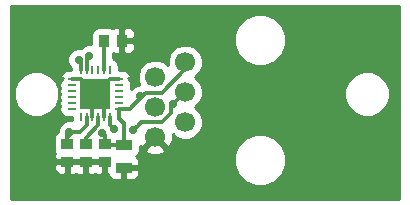
<source format=gtl>
G04 #@! TF.FileFunction,Copper,L1,Top,Signal*
%FSLAX46Y46*%
G04 Gerber Fmt 4.6, Leading zero omitted, Abs format (unit mm)*
G04 Created by KiCad (PCBNEW 4.0.7) date 11/21/18 11:04:14*
%MOMM*%
%LPD*%
G01*
G04 APERTURE LIST*
%ADD10C,0.150000*%
%ADD11C,0.600000*%
%ADD12C,1.700000*%
%ADD13R,1.000760X0.899160*%
%ADD14R,0.899160X1.000760*%
%ADD15R,2.499360X2.499360*%
%ADD16O,0.800100X0.248920*%
%ADD17O,0.248920X0.800100*%
%ADD18R,1.397000X0.889000*%
%ADD19C,0.700000*%
%ADD20C,0.300000*%
%ADD21C,0.250000*%
%ADD22C,0.254000*%
G04 APERTURE END LIST*
D10*
D11*
X138900000Y-94600000D03*
X138900000Y-95600000D03*
X138900000Y-96600000D03*
X138900000Y-97600000D03*
X137800000Y-97600000D03*
X136800000Y-97600000D03*
X137800000Y-96600000D03*
X136800000Y-96600000D03*
X137800000Y-95600000D03*
X136800000Y-95600000D03*
X137800000Y-94600000D03*
X136800000Y-94600000D03*
X136500000Y-104000000D03*
X137500000Y-104000000D03*
X136500000Y-105000000D03*
X137500000Y-105000000D03*
X136500000Y-106000000D03*
X137500000Y-106000000D03*
X136500000Y-107000000D03*
X137500000Y-107000000D03*
X138600000Y-107000000D03*
X138600000Y-106000000D03*
X138600000Y-105000000D03*
X138600000Y-104000000D03*
D12*
X148060000Y-103675000D03*
X148060000Y-101135000D03*
X148060000Y-98595000D03*
X150600000Y-99865000D03*
X150600000Y-97325000D03*
X150600000Y-102405000D03*
D11*
X162800000Y-93300000D03*
X163800000Y-93300000D03*
X162800000Y-94500000D03*
X163800000Y-94500000D03*
X162800000Y-95500000D03*
X163800000Y-95500000D03*
X162800000Y-96500000D03*
X163800000Y-96500000D03*
X162800000Y-97500000D03*
X162800000Y-98500000D03*
X162800000Y-99500000D03*
X162800000Y-100500000D03*
X162800000Y-101500000D03*
X162800000Y-102500000D03*
X162800000Y-103500000D03*
X163800000Y-103500000D03*
X162800000Y-104500000D03*
X163800000Y-104500000D03*
X162800000Y-105500000D03*
X163800000Y-105500000D03*
X162800000Y-106500000D03*
X163800000Y-106500000D03*
X161700000Y-106500000D03*
X160700000Y-106500000D03*
X161700000Y-105500000D03*
X160700000Y-105500000D03*
X161700000Y-104500000D03*
X160700000Y-104500000D03*
X161700000Y-103500000D03*
X160700000Y-103500000D03*
X161700000Y-102500000D03*
X160700000Y-102500000D03*
X161700000Y-101500000D03*
X160700000Y-101500000D03*
X161700000Y-100500000D03*
X160700000Y-100500000D03*
X161700000Y-99500000D03*
X160700000Y-99500000D03*
X161700000Y-98500000D03*
X160700000Y-98500000D03*
X161700000Y-97500000D03*
X160700000Y-97500000D03*
X161700000Y-96500000D03*
X160700000Y-96500000D03*
X161700000Y-95500000D03*
X160700000Y-95500000D03*
X161700000Y-94500000D03*
X160700000Y-94500000D03*
X161700000Y-93300000D03*
X160700000Y-93300000D03*
X164800000Y-93300000D03*
X165800000Y-93300000D03*
X164800000Y-94500000D03*
X165800000Y-94500000D03*
X164800000Y-95500000D03*
X165800000Y-95500000D03*
X164800000Y-96500000D03*
X165800000Y-96500000D03*
X164800000Y-103500000D03*
X165800000Y-103500000D03*
X164800000Y-104500000D03*
X165800000Y-104500000D03*
X164800000Y-105500000D03*
X165800000Y-105500000D03*
X164800000Y-106500000D03*
X165800000Y-106500000D03*
X167900000Y-106500000D03*
X166900000Y-106500000D03*
X167900000Y-105500000D03*
X166900000Y-105500000D03*
X167900000Y-104500000D03*
X166900000Y-104500000D03*
X167900000Y-103500000D03*
X166900000Y-103500000D03*
X167900000Y-96500000D03*
X166900000Y-96500000D03*
X167900000Y-95500000D03*
X166900000Y-95500000D03*
X167900000Y-94500000D03*
X166900000Y-94500000D03*
X167900000Y-93300000D03*
X166900000Y-93300000D03*
D13*
X140600000Y-105751840D03*
X140600000Y-104248160D03*
D14*
X145251840Y-95500000D03*
X143748160Y-95500000D03*
D13*
X142200000Y-105751840D03*
X142200000Y-104248160D03*
X143800000Y-105751840D03*
X143800000Y-104248160D03*
D15*
X143000000Y-100000000D03*
D16*
X141001020Y-98750320D03*
X141001020Y-99250700D03*
X141001020Y-99751080D03*
X141001020Y-100248920D03*
X141001020Y-100749300D03*
X141001020Y-101249680D03*
D17*
X141750320Y-101998980D03*
X142250700Y-101998980D03*
X142751080Y-101998980D03*
X143248920Y-101998980D03*
X143749300Y-101998980D03*
X144249680Y-101998980D03*
D16*
X144998980Y-101249680D03*
X144998980Y-100749300D03*
X144998980Y-100248920D03*
X144998980Y-99751080D03*
X144998980Y-99250700D03*
X144998980Y-98750320D03*
D17*
X144249680Y-98001020D03*
X143749300Y-98001020D03*
X143248920Y-98001020D03*
X142751080Y-98001020D03*
X142250700Y-98001020D03*
X141750320Y-98001020D03*
D11*
X143000000Y-100000000D03*
X143762000Y-99238000D03*
X142238000Y-99238000D03*
X143762000Y-100762000D03*
X142238000Y-100762000D03*
D18*
X145400000Y-104347500D03*
X145400000Y-106252500D03*
D19*
X142500000Y-96800000D03*
X141600000Y-97100000D03*
X146800000Y-100200000D03*
X143600000Y-103300000D03*
X140800000Y-103200000D03*
X149600000Y-100900000D03*
X146200000Y-103100000D03*
X144600000Y-103000000D03*
D20*
X144998980Y-98750320D02*
X144249680Y-98750320D01*
X144249680Y-98750320D02*
X143000000Y-100000000D01*
X141001020Y-98750320D02*
X141750320Y-98750320D01*
X141750320Y-98750320D02*
X143000000Y-100000000D01*
X143749300Y-101998980D02*
X143749300Y-100749300D01*
X143749300Y-100749300D02*
X143000000Y-100000000D01*
X142751080Y-101998980D02*
X142751080Y-100248920D01*
X142751080Y-100248920D02*
X143000000Y-100000000D01*
X142250700Y-97049300D02*
X142500000Y-96800000D01*
X142250700Y-98001020D02*
X142250700Y-97049300D01*
D21*
X148100000Y-101700000D02*
X147535000Y-101135000D01*
D20*
X141750320Y-97250320D02*
X141600000Y-97100000D01*
X141750320Y-98001020D02*
X141750320Y-97250320D01*
X146800000Y-100200000D02*
X146900000Y-100300000D01*
X140600000Y-104248160D02*
X140600000Y-103400000D01*
X143800000Y-103500000D02*
X143800000Y-104248160D01*
X143600000Y-103300000D02*
X143800000Y-103500000D01*
X140600000Y-103400000D02*
X140800000Y-103200000D01*
X144998980Y-101249680D02*
X145950320Y-101249680D01*
X148600000Y-99900000D02*
X150600000Y-97900000D01*
X146900000Y-100300000D02*
X147300000Y-99900000D01*
X147300000Y-99900000D02*
X148600000Y-99900000D01*
X145950320Y-101249680D02*
X146900000Y-100300000D01*
X140600000Y-103700000D02*
X140600000Y-104248160D01*
X141100000Y-103200000D02*
X140600000Y-103700000D01*
X141700000Y-103200000D02*
X141100000Y-103200000D01*
X142250700Y-102649300D02*
X141700000Y-103200000D01*
X142250700Y-101998980D02*
X142250700Y-102649300D01*
X143899340Y-104347500D02*
X143800000Y-104248160D01*
X145400000Y-104347500D02*
X143899340Y-104347500D01*
X145400000Y-102500000D02*
X145400000Y-104347500D01*
X144998980Y-102098980D02*
X145400000Y-102500000D01*
X144998980Y-101249680D02*
X144998980Y-102098980D01*
X143749300Y-95501140D02*
X143748160Y-95500000D01*
X143749300Y-98001020D02*
X143749300Y-95501140D01*
X142200000Y-103700000D02*
X142200000Y-104248160D01*
X143248920Y-102651080D02*
X142200000Y-103700000D01*
X143248920Y-101998980D02*
X143248920Y-102651080D01*
X149400000Y-101065000D02*
X149435000Y-101065000D01*
X149435000Y-101065000D02*
X149600000Y-100900000D01*
X149400000Y-101065000D02*
X150600000Y-99865000D01*
X149400000Y-101600000D02*
X149400000Y-101065000D01*
X148600000Y-102400000D02*
X149400000Y-101600000D01*
X146900000Y-102400000D02*
X148600000Y-102400000D01*
X146600000Y-102700000D02*
X146900000Y-102400000D01*
X146200000Y-103100000D02*
X146600000Y-102700000D01*
X144249680Y-102649680D02*
X144600000Y-103000000D01*
X144249680Y-101998980D02*
X144249680Y-102649680D01*
D22*
G36*
X168673000Y-108873000D02*
X135877000Y-108873000D01*
X135877000Y-106037590D01*
X139464620Y-106037590D01*
X139464620Y-106327729D01*
X139561293Y-106561118D01*
X139739921Y-106739747D01*
X139973310Y-106836420D01*
X140314250Y-106836420D01*
X140473000Y-106677670D01*
X140473000Y-105878840D01*
X140727000Y-105878840D01*
X140727000Y-106677670D01*
X140885750Y-106836420D01*
X141226690Y-106836420D01*
X141400000Y-106764633D01*
X141573310Y-106836420D01*
X141914250Y-106836420D01*
X142073000Y-106677670D01*
X142073000Y-105878840D01*
X142327000Y-105878840D01*
X142327000Y-106677670D01*
X142485750Y-106836420D01*
X142826690Y-106836420D01*
X143000000Y-106764633D01*
X143173310Y-106836420D01*
X143514250Y-106836420D01*
X143673000Y-106677670D01*
X143673000Y-105878840D01*
X142327000Y-105878840D01*
X142073000Y-105878840D01*
X140727000Y-105878840D01*
X140473000Y-105878840D01*
X139623370Y-105878840D01*
X139464620Y-106037590D01*
X135877000Y-106037590D01*
X135877000Y-103798580D01*
X139460337Y-103798580D01*
X139460337Y-104697740D01*
X139504057Y-104930092D01*
X139542021Y-104989089D01*
X139464620Y-105175951D01*
X139464620Y-105466090D01*
X139623370Y-105624840D01*
X140473000Y-105624840D01*
X140473000Y-105604840D01*
X140727000Y-105604840D01*
X140727000Y-105624840D01*
X142073000Y-105624840D01*
X142073000Y-105604840D01*
X142327000Y-105604840D01*
X142327000Y-105624840D01*
X143673000Y-105624840D01*
X143673000Y-105604840D01*
X143927000Y-105604840D01*
X143927000Y-105624840D01*
X143947000Y-105624840D01*
X143947000Y-105878840D01*
X143927000Y-105878840D01*
X143927000Y-106677670D01*
X144066500Y-106817170D01*
X144066500Y-106823309D01*
X144163173Y-107056698D01*
X144341801Y-107235327D01*
X144575190Y-107332000D01*
X145114250Y-107332000D01*
X145273000Y-107173250D01*
X145273000Y-106379500D01*
X145527000Y-106379500D01*
X145527000Y-107173250D01*
X145685750Y-107332000D01*
X146224810Y-107332000D01*
X146458199Y-107235327D01*
X146636827Y-107056698D01*
X146733500Y-106823309D01*
X146733500Y-106538250D01*
X146574750Y-106379500D01*
X145527000Y-106379500D01*
X145273000Y-106379500D01*
X145253000Y-106379500D01*
X145253000Y-106125500D01*
X145273000Y-106125500D01*
X145273000Y-106105500D01*
X145527000Y-106105500D01*
X145527000Y-106125500D01*
X146574750Y-106125500D01*
X146681196Y-106019054D01*
X154732616Y-106019054D01*
X155069423Y-106834189D01*
X155692530Y-107458386D01*
X156507077Y-107796615D01*
X157389054Y-107797384D01*
X158204189Y-107460577D01*
X158828386Y-106837470D01*
X159166615Y-106022923D01*
X159167384Y-105140946D01*
X158830577Y-104325811D01*
X158207470Y-103701614D01*
X157392923Y-103363385D01*
X156510946Y-103362616D01*
X155695811Y-103699423D01*
X155071614Y-104322530D01*
X154733385Y-105137077D01*
X154732616Y-106019054D01*
X146681196Y-106019054D01*
X146733500Y-105966750D01*
X146733500Y-105681691D01*
X146636827Y-105448302D01*
X146480070Y-105291544D01*
X146544253Y-105250243D01*
X146687417Y-105040717D01*
X146737783Y-104792000D01*
X146737783Y-104718958D01*
X147195647Y-104718958D01*
X147275920Y-104970259D01*
X147831279Y-105171718D01*
X148421458Y-105145315D01*
X148844080Y-104970259D01*
X148924353Y-104718958D01*
X148060000Y-103854605D01*
X147195647Y-104718958D01*
X146737783Y-104718958D01*
X146737783Y-104393998D01*
X146764741Y-104459080D01*
X147016042Y-104539353D01*
X147880395Y-103675000D01*
X147866253Y-103660858D01*
X148045858Y-103481253D01*
X148060000Y-103495395D01*
X148074143Y-103481253D01*
X148253748Y-103660858D01*
X148239605Y-103675000D01*
X149103958Y-104539353D01*
X149355259Y-104459080D01*
X149556718Y-103903721D01*
X149535491Y-103429250D01*
X149762254Y-103656409D01*
X150304918Y-103881743D01*
X150892505Y-103882256D01*
X151435560Y-103657870D01*
X151851409Y-103242746D01*
X152076743Y-102700082D01*
X152077256Y-102112495D01*
X151852870Y-101569440D01*
X151437746Y-101153591D01*
X151393537Y-101135234D01*
X151435560Y-101117870D01*
X151851409Y-100702746D01*
X151984751Y-100381622D01*
X164072666Y-100381622D01*
X164365416Y-101090132D01*
X164907017Y-101632678D01*
X165615014Y-101926665D01*
X166381622Y-101927334D01*
X167090132Y-101634584D01*
X167632678Y-101092983D01*
X167926665Y-100384986D01*
X167927334Y-99618378D01*
X167634584Y-98909868D01*
X167092983Y-98367322D01*
X166384986Y-98073335D01*
X165618378Y-98072666D01*
X164909868Y-98365416D01*
X164367322Y-98907017D01*
X164073335Y-99615014D01*
X164072666Y-100381622D01*
X151984751Y-100381622D01*
X152076743Y-100160082D01*
X152077256Y-99572495D01*
X151852870Y-99029440D01*
X151437746Y-98613591D01*
X151393537Y-98595234D01*
X151435560Y-98577870D01*
X151851409Y-98162746D01*
X152076743Y-97620082D01*
X152077256Y-97032495D01*
X151852870Y-96489440D01*
X151437746Y-96073591D01*
X150921085Y-95859054D01*
X154732616Y-95859054D01*
X155069423Y-96674189D01*
X155692530Y-97298386D01*
X156507077Y-97636615D01*
X157389054Y-97637384D01*
X158204189Y-97300577D01*
X158828386Y-96677470D01*
X159166615Y-95862923D01*
X159167384Y-94980946D01*
X158830577Y-94165811D01*
X158207470Y-93541614D01*
X157392923Y-93203385D01*
X156510946Y-93202616D01*
X155695811Y-93539423D01*
X155071614Y-94162530D01*
X154733385Y-94977077D01*
X154732616Y-95859054D01*
X150921085Y-95859054D01*
X150895082Y-95848257D01*
X150307495Y-95847744D01*
X149764440Y-96072130D01*
X149348591Y-96487254D01*
X149123257Y-97029918D01*
X149122786Y-97569024D01*
X148897746Y-97343591D01*
X148355082Y-97118257D01*
X147767495Y-97117744D01*
X147224440Y-97342130D01*
X146808591Y-97757254D01*
X146583257Y-98299918D01*
X146582744Y-98887505D01*
X146721339Y-99222930D01*
X146606515Y-99222830D01*
X146247297Y-99371256D01*
X146016440Y-99601710D01*
X145996385Y-99500890D01*
X146046151Y-99250700D01*
X145992121Y-98979072D01*
X146012422Y-98930190D01*
X145909063Y-98843570D01*
X145826053Y-98719338D01*
X145779287Y-98688090D01*
X145872048Y-98688090D01*
X146012422Y-98570450D01*
X145901392Y-98303103D01*
X145682535Y-98097271D01*
X145401570Y-97990860D01*
X145001140Y-97990860D01*
X145001140Y-97705309D01*
X144943939Y-97417738D01*
X144781042Y-97173947D01*
X144537251Y-97011050D01*
X144526300Y-97008872D01*
X144526300Y-96573392D01*
X144675951Y-96635380D01*
X144966090Y-96635380D01*
X145124840Y-96476630D01*
X145124840Y-95627000D01*
X145378840Y-95627000D01*
X145378840Y-96476630D01*
X145537590Y-96635380D01*
X145827729Y-96635380D01*
X146061118Y-96538707D01*
X146239747Y-96360079D01*
X146336420Y-96126690D01*
X146336420Y-95785750D01*
X146177670Y-95627000D01*
X145378840Y-95627000D01*
X145124840Y-95627000D01*
X145104840Y-95627000D01*
X145104840Y-95373000D01*
X145124840Y-95373000D01*
X145124840Y-94523370D01*
X145378840Y-94523370D01*
X145378840Y-95373000D01*
X146177670Y-95373000D01*
X146336420Y-95214250D01*
X146336420Y-94873310D01*
X146239747Y-94639921D01*
X146061118Y-94461293D01*
X145827729Y-94364620D01*
X145537590Y-94364620D01*
X145378840Y-94523370D01*
X145124840Y-94523370D01*
X144966090Y-94364620D01*
X144675951Y-94364620D01*
X144491083Y-94441195D01*
X144446457Y-94410703D01*
X144197740Y-94360337D01*
X143298580Y-94360337D01*
X143066228Y-94404057D01*
X142852827Y-94541377D01*
X142709663Y-94750903D01*
X142659297Y-94999620D01*
X142659297Y-95823139D01*
X142306515Y-95822830D01*
X141947297Y-95971256D01*
X141795118Y-96123170D01*
X141406515Y-96122830D01*
X141047297Y-96271256D01*
X140772222Y-96545851D01*
X140623170Y-96904810D01*
X140622830Y-97293485D01*
X140771256Y-97652703D01*
X140973320Y-97855120D01*
X140973320Y-97990860D01*
X140598430Y-97990860D01*
X140317465Y-98097271D01*
X140098608Y-98303103D01*
X139987578Y-98570450D01*
X140127952Y-98688090D01*
X140220713Y-98688090D01*
X140173947Y-98719338D01*
X140090937Y-98843570D01*
X139987578Y-98930190D01*
X140007879Y-98979072D01*
X139953849Y-99250700D01*
X140003615Y-99500890D01*
X139953849Y-99751080D01*
X140003362Y-100000000D01*
X139953849Y-100248920D01*
X140003615Y-100499110D01*
X139953849Y-100749300D01*
X140003615Y-100999490D01*
X139953849Y-101249680D01*
X140011050Y-101537251D01*
X140173947Y-101781042D01*
X140417738Y-101943939D01*
X140705309Y-102001140D01*
X140998860Y-102001140D01*
X140998860Y-102224694D01*
X140995190Y-102223170D01*
X140606515Y-102222830D01*
X140247297Y-102371256D01*
X139972222Y-102645851D01*
X139823170Y-103004810D01*
X139822972Y-103231521D01*
X139653867Y-103340337D01*
X139510703Y-103549863D01*
X139460337Y-103798580D01*
X135877000Y-103798580D01*
X135877000Y-100381622D01*
X136072666Y-100381622D01*
X136365416Y-101090132D01*
X136907017Y-101632678D01*
X137615014Y-101926665D01*
X138381622Y-101927334D01*
X139090132Y-101634584D01*
X139632678Y-101092983D01*
X139926665Y-100384986D01*
X139927334Y-99618378D01*
X139634584Y-98909868D01*
X139092983Y-98367322D01*
X138384986Y-98073335D01*
X137618378Y-98072666D01*
X136909868Y-98365416D01*
X136367322Y-98907017D01*
X136073335Y-99615014D01*
X136072666Y-100381622D01*
X135877000Y-100381622D01*
X135877000Y-92577000D01*
X168673000Y-92577000D01*
X168673000Y-108873000D01*
X168673000Y-108873000D01*
G37*
X168673000Y-108873000D02*
X135877000Y-108873000D01*
X135877000Y-106037590D01*
X139464620Y-106037590D01*
X139464620Y-106327729D01*
X139561293Y-106561118D01*
X139739921Y-106739747D01*
X139973310Y-106836420D01*
X140314250Y-106836420D01*
X140473000Y-106677670D01*
X140473000Y-105878840D01*
X140727000Y-105878840D01*
X140727000Y-106677670D01*
X140885750Y-106836420D01*
X141226690Y-106836420D01*
X141400000Y-106764633D01*
X141573310Y-106836420D01*
X141914250Y-106836420D01*
X142073000Y-106677670D01*
X142073000Y-105878840D01*
X142327000Y-105878840D01*
X142327000Y-106677670D01*
X142485750Y-106836420D01*
X142826690Y-106836420D01*
X143000000Y-106764633D01*
X143173310Y-106836420D01*
X143514250Y-106836420D01*
X143673000Y-106677670D01*
X143673000Y-105878840D01*
X142327000Y-105878840D01*
X142073000Y-105878840D01*
X140727000Y-105878840D01*
X140473000Y-105878840D01*
X139623370Y-105878840D01*
X139464620Y-106037590D01*
X135877000Y-106037590D01*
X135877000Y-103798580D01*
X139460337Y-103798580D01*
X139460337Y-104697740D01*
X139504057Y-104930092D01*
X139542021Y-104989089D01*
X139464620Y-105175951D01*
X139464620Y-105466090D01*
X139623370Y-105624840D01*
X140473000Y-105624840D01*
X140473000Y-105604840D01*
X140727000Y-105604840D01*
X140727000Y-105624840D01*
X142073000Y-105624840D01*
X142073000Y-105604840D01*
X142327000Y-105604840D01*
X142327000Y-105624840D01*
X143673000Y-105624840D01*
X143673000Y-105604840D01*
X143927000Y-105604840D01*
X143927000Y-105624840D01*
X143947000Y-105624840D01*
X143947000Y-105878840D01*
X143927000Y-105878840D01*
X143927000Y-106677670D01*
X144066500Y-106817170D01*
X144066500Y-106823309D01*
X144163173Y-107056698D01*
X144341801Y-107235327D01*
X144575190Y-107332000D01*
X145114250Y-107332000D01*
X145273000Y-107173250D01*
X145273000Y-106379500D01*
X145527000Y-106379500D01*
X145527000Y-107173250D01*
X145685750Y-107332000D01*
X146224810Y-107332000D01*
X146458199Y-107235327D01*
X146636827Y-107056698D01*
X146733500Y-106823309D01*
X146733500Y-106538250D01*
X146574750Y-106379500D01*
X145527000Y-106379500D01*
X145273000Y-106379500D01*
X145253000Y-106379500D01*
X145253000Y-106125500D01*
X145273000Y-106125500D01*
X145273000Y-106105500D01*
X145527000Y-106105500D01*
X145527000Y-106125500D01*
X146574750Y-106125500D01*
X146681196Y-106019054D01*
X154732616Y-106019054D01*
X155069423Y-106834189D01*
X155692530Y-107458386D01*
X156507077Y-107796615D01*
X157389054Y-107797384D01*
X158204189Y-107460577D01*
X158828386Y-106837470D01*
X159166615Y-106022923D01*
X159167384Y-105140946D01*
X158830577Y-104325811D01*
X158207470Y-103701614D01*
X157392923Y-103363385D01*
X156510946Y-103362616D01*
X155695811Y-103699423D01*
X155071614Y-104322530D01*
X154733385Y-105137077D01*
X154732616Y-106019054D01*
X146681196Y-106019054D01*
X146733500Y-105966750D01*
X146733500Y-105681691D01*
X146636827Y-105448302D01*
X146480070Y-105291544D01*
X146544253Y-105250243D01*
X146687417Y-105040717D01*
X146737783Y-104792000D01*
X146737783Y-104718958D01*
X147195647Y-104718958D01*
X147275920Y-104970259D01*
X147831279Y-105171718D01*
X148421458Y-105145315D01*
X148844080Y-104970259D01*
X148924353Y-104718958D01*
X148060000Y-103854605D01*
X147195647Y-104718958D01*
X146737783Y-104718958D01*
X146737783Y-104393998D01*
X146764741Y-104459080D01*
X147016042Y-104539353D01*
X147880395Y-103675000D01*
X147866253Y-103660858D01*
X148045858Y-103481253D01*
X148060000Y-103495395D01*
X148074143Y-103481253D01*
X148253748Y-103660858D01*
X148239605Y-103675000D01*
X149103958Y-104539353D01*
X149355259Y-104459080D01*
X149556718Y-103903721D01*
X149535491Y-103429250D01*
X149762254Y-103656409D01*
X150304918Y-103881743D01*
X150892505Y-103882256D01*
X151435560Y-103657870D01*
X151851409Y-103242746D01*
X152076743Y-102700082D01*
X152077256Y-102112495D01*
X151852870Y-101569440D01*
X151437746Y-101153591D01*
X151393537Y-101135234D01*
X151435560Y-101117870D01*
X151851409Y-100702746D01*
X151984751Y-100381622D01*
X164072666Y-100381622D01*
X164365416Y-101090132D01*
X164907017Y-101632678D01*
X165615014Y-101926665D01*
X166381622Y-101927334D01*
X167090132Y-101634584D01*
X167632678Y-101092983D01*
X167926665Y-100384986D01*
X167927334Y-99618378D01*
X167634584Y-98909868D01*
X167092983Y-98367322D01*
X166384986Y-98073335D01*
X165618378Y-98072666D01*
X164909868Y-98365416D01*
X164367322Y-98907017D01*
X164073335Y-99615014D01*
X164072666Y-100381622D01*
X151984751Y-100381622D01*
X152076743Y-100160082D01*
X152077256Y-99572495D01*
X151852870Y-99029440D01*
X151437746Y-98613591D01*
X151393537Y-98595234D01*
X151435560Y-98577870D01*
X151851409Y-98162746D01*
X152076743Y-97620082D01*
X152077256Y-97032495D01*
X151852870Y-96489440D01*
X151437746Y-96073591D01*
X150921085Y-95859054D01*
X154732616Y-95859054D01*
X155069423Y-96674189D01*
X155692530Y-97298386D01*
X156507077Y-97636615D01*
X157389054Y-97637384D01*
X158204189Y-97300577D01*
X158828386Y-96677470D01*
X159166615Y-95862923D01*
X159167384Y-94980946D01*
X158830577Y-94165811D01*
X158207470Y-93541614D01*
X157392923Y-93203385D01*
X156510946Y-93202616D01*
X155695811Y-93539423D01*
X155071614Y-94162530D01*
X154733385Y-94977077D01*
X154732616Y-95859054D01*
X150921085Y-95859054D01*
X150895082Y-95848257D01*
X150307495Y-95847744D01*
X149764440Y-96072130D01*
X149348591Y-96487254D01*
X149123257Y-97029918D01*
X149122786Y-97569024D01*
X148897746Y-97343591D01*
X148355082Y-97118257D01*
X147767495Y-97117744D01*
X147224440Y-97342130D01*
X146808591Y-97757254D01*
X146583257Y-98299918D01*
X146582744Y-98887505D01*
X146721339Y-99222930D01*
X146606515Y-99222830D01*
X146247297Y-99371256D01*
X146016440Y-99601710D01*
X145996385Y-99500890D01*
X146046151Y-99250700D01*
X145992121Y-98979072D01*
X146012422Y-98930190D01*
X145909063Y-98843570D01*
X145826053Y-98719338D01*
X145779287Y-98688090D01*
X145872048Y-98688090D01*
X146012422Y-98570450D01*
X145901392Y-98303103D01*
X145682535Y-98097271D01*
X145401570Y-97990860D01*
X145001140Y-97990860D01*
X145001140Y-97705309D01*
X144943939Y-97417738D01*
X144781042Y-97173947D01*
X144537251Y-97011050D01*
X144526300Y-97008872D01*
X144526300Y-96573392D01*
X144675951Y-96635380D01*
X144966090Y-96635380D01*
X145124840Y-96476630D01*
X145124840Y-95627000D01*
X145378840Y-95627000D01*
X145378840Y-96476630D01*
X145537590Y-96635380D01*
X145827729Y-96635380D01*
X146061118Y-96538707D01*
X146239747Y-96360079D01*
X146336420Y-96126690D01*
X146336420Y-95785750D01*
X146177670Y-95627000D01*
X145378840Y-95627000D01*
X145124840Y-95627000D01*
X145104840Y-95627000D01*
X145104840Y-95373000D01*
X145124840Y-95373000D01*
X145124840Y-94523370D01*
X145378840Y-94523370D01*
X145378840Y-95373000D01*
X146177670Y-95373000D01*
X146336420Y-95214250D01*
X146336420Y-94873310D01*
X146239747Y-94639921D01*
X146061118Y-94461293D01*
X145827729Y-94364620D01*
X145537590Y-94364620D01*
X145378840Y-94523370D01*
X145124840Y-94523370D01*
X144966090Y-94364620D01*
X144675951Y-94364620D01*
X144491083Y-94441195D01*
X144446457Y-94410703D01*
X144197740Y-94360337D01*
X143298580Y-94360337D01*
X143066228Y-94404057D01*
X142852827Y-94541377D01*
X142709663Y-94750903D01*
X142659297Y-94999620D01*
X142659297Y-95823139D01*
X142306515Y-95822830D01*
X141947297Y-95971256D01*
X141795118Y-96123170D01*
X141406515Y-96122830D01*
X141047297Y-96271256D01*
X140772222Y-96545851D01*
X140623170Y-96904810D01*
X140622830Y-97293485D01*
X140771256Y-97652703D01*
X140973320Y-97855120D01*
X140973320Y-97990860D01*
X140598430Y-97990860D01*
X140317465Y-98097271D01*
X140098608Y-98303103D01*
X139987578Y-98570450D01*
X140127952Y-98688090D01*
X140220713Y-98688090D01*
X140173947Y-98719338D01*
X140090937Y-98843570D01*
X139987578Y-98930190D01*
X140007879Y-98979072D01*
X139953849Y-99250700D01*
X140003615Y-99500890D01*
X139953849Y-99751080D01*
X140003362Y-100000000D01*
X139953849Y-100248920D01*
X140003615Y-100499110D01*
X139953849Y-100749300D01*
X140003615Y-100999490D01*
X139953849Y-101249680D01*
X140011050Y-101537251D01*
X140173947Y-101781042D01*
X140417738Y-101943939D01*
X140705309Y-102001140D01*
X140998860Y-102001140D01*
X140998860Y-102224694D01*
X140995190Y-102223170D01*
X140606515Y-102222830D01*
X140247297Y-102371256D01*
X139972222Y-102645851D01*
X139823170Y-103004810D01*
X139822972Y-103231521D01*
X139653867Y-103340337D01*
X139510703Y-103549863D01*
X139460337Y-103798580D01*
X135877000Y-103798580D01*
X135877000Y-100381622D01*
X136072666Y-100381622D01*
X136365416Y-101090132D01*
X136907017Y-101632678D01*
X137615014Y-101926665D01*
X138381622Y-101927334D01*
X139090132Y-101634584D01*
X139632678Y-101092983D01*
X139926665Y-100384986D01*
X139927334Y-99618378D01*
X139634584Y-98909868D01*
X139092983Y-98367322D01*
X138384986Y-98073335D01*
X137618378Y-98072666D01*
X136909868Y-98365416D01*
X136367322Y-98907017D01*
X136073335Y-99615014D01*
X136072666Y-100381622D01*
X135877000Y-100381622D01*
X135877000Y-92577000D01*
X168673000Y-92577000D01*
X168673000Y-108873000D01*
G36*
X144001894Y-98998904D02*
X143951809Y-99250700D01*
X144001575Y-99500890D01*
X143951809Y-99751080D01*
X144001322Y-100000000D01*
X143951809Y-100248920D01*
X144001575Y-100499110D01*
X143951809Y-100749300D01*
X144001575Y-100999490D01*
X144001229Y-101001229D01*
X143978052Y-101005839D01*
X143929170Y-100985538D01*
X143842550Y-101088897D01*
X143749300Y-101151205D01*
X143656050Y-101088897D01*
X143569430Y-100985538D01*
X143520548Y-101005839D01*
X143248920Y-100951809D01*
X142979009Y-101005497D01*
X142930950Y-100985538D01*
X142847562Y-101085040D01*
X142749810Y-101150357D01*
X142657830Y-101088897D01*
X142571210Y-100985538D01*
X142522328Y-101005839D01*
X142250700Y-100951809D01*
X142000510Y-101001575D01*
X141998771Y-101001229D01*
X141998425Y-100999490D01*
X142048191Y-100749300D01*
X141998425Y-100499110D01*
X142048191Y-100248920D01*
X141998678Y-100000000D01*
X142048191Y-99751080D01*
X141998425Y-99500890D01*
X142048191Y-99250700D01*
X141998106Y-98998904D01*
X142000510Y-98998425D01*
X142250700Y-99048191D01*
X142500890Y-98998425D01*
X142751080Y-99048191D01*
X143000000Y-98998678D01*
X143248920Y-99048191D01*
X143499110Y-98998425D01*
X143749300Y-99048191D01*
X143999490Y-98998425D01*
X144001894Y-98998904D01*
X144001894Y-98998904D01*
G37*
X144001894Y-98998904D02*
X143951809Y-99250700D01*
X144001575Y-99500890D01*
X143951809Y-99751080D01*
X144001322Y-100000000D01*
X143951809Y-100248920D01*
X144001575Y-100499110D01*
X143951809Y-100749300D01*
X144001575Y-100999490D01*
X144001229Y-101001229D01*
X143978052Y-101005839D01*
X143929170Y-100985538D01*
X143842550Y-101088897D01*
X143749300Y-101151205D01*
X143656050Y-101088897D01*
X143569430Y-100985538D01*
X143520548Y-101005839D01*
X143248920Y-100951809D01*
X142979009Y-101005497D01*
X142930950Y-100985538D01*
X142847562Y-101085040D01*
X142749810Y-101150357D01*
X142657830Y-101088897D01*
X142571210Y-100985538D01*
X142522328Y-101005839D01*
X142250700Y-100951809D01*
X142000510Y-101001575D01*
X141998771Y-101001229D01*
X141998425Y-100999490D01*
X142048191Y-100749300D01*
X141998425Y-100499110D01*
X142048191Y-100248920D01*
X141998678Y-100000000D01*
X142048191Y-99751080D01*
X141998425Y-99500890D01*
X142048191Y-99250700D01*
X141998106Y-98998904D01*
X142000510Y-98998425D01*
X142250700Y-99048191D01*
X142500890Y-98998425D01*
X142751080Y-99048191D01*
X143000000Y-98998678D01*
X143248920Y-99048191D01*
X143499110Y-98998425D01*
X143749300Y-99048191D01*
X143999490Y-98998425D01*
X144001894Y-98998904D01*
M02*

</source>
